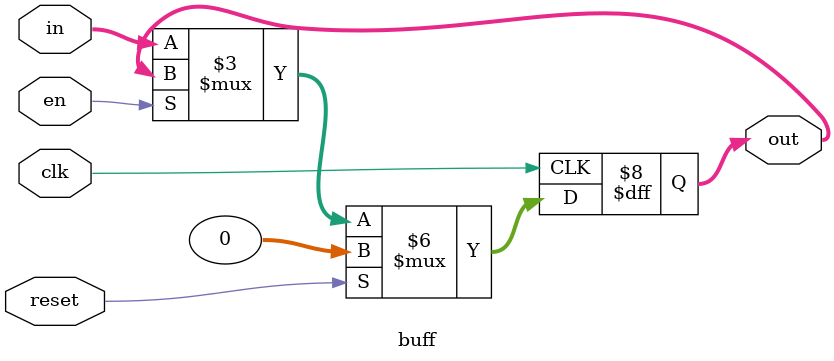
<source format=sv>
module buff (input logic [31:0] in, input logic clk, reset, en, output logic [31:0] out);

    always_ff @(posedge clk)
    begin
        if (reset)
        begin
            out <= 0;
        end
        else if (~en)
        begin
            out <= in;
        end
    end

endmodule
</source>
